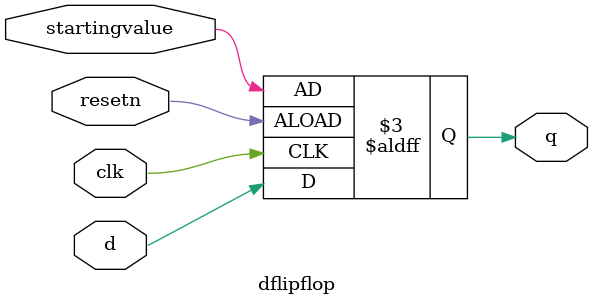
<source format=v>
module dflipflop(q, d, clk, resetn, startingvalue);
    input d, clk, resetn, startingvalue;
    output reg q;

    always @(posedge clk or negedge resetn) begin
        if (~resetn)
            q <= startingvalue;
        else
            q <= d;
    end
endmodule

</source>
